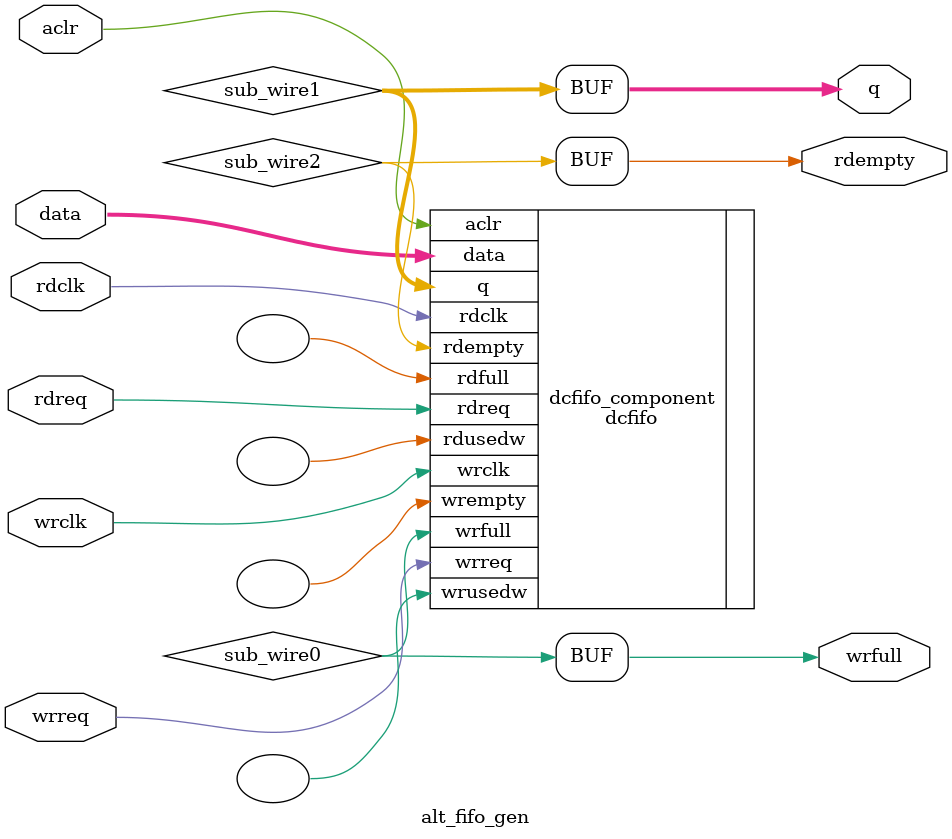
<source format=v>
`timescale 1 ps / 1 ps

module alt_fifo_gen #(
parameter         DEVICE_FAMILY     = "Stratix IV",
parameter integer C_FIFO_DEPTH_LOG  = 9,
parameter integer C_FIFO_WIDTH      = 256
)(
	aclr,
	data,
	rdclk,
	rdreq,
	wrclk,
	wrreq,
	q,
	rdempty,
	wrfull);

	input	  aclr;
	input	[C_FIFO_WIDTH-1:0]  data;
	input	  rdclk;
	input	  rdreq;
	input	  wrclk;
	input	  wrreq;
	output	[C_FIFO_WIDTH-1:0]  q;
	output	  rdempty;
	output	  wrfull;
`ifndef ALTERA_RESERVED_QIS
// synopsys translate_off
`endif
	tri0	  aclr;
`ifndef ALTERA_RESERVED_QIS
// synopsys translate_on
`endif

        localparam 	lpm_numwords             = (1<<C_FIFO_DEPTH_LOG);

	wire  sub_wire0;
	wire [C_FIFO_WIDTH-1:0] sub_wire1;
	wire  sub_wire2;
	wire  wrfull = sub_wire0;
	wire [C_FIFO_WIDTH-1:0] q = sub_wire1[C_FIFO_WIDTH-1:0];
	wire  rdempty = sub_wire2;

	dcfifo	dcfifo_component (
				.rdclk (rdclk),
				.wrclk (wrclk),
				.wrreq (wrreq),
				.aclr (aclr),
				.data (data),
				.rdreq (rdreq),
				.wrfull (sub_wire0),
				.q (sub_wire1),
				.rdempty (sub_wire2),
				.rdfull (),
				.rdusedw (),
				.wrempty (),
				.wrusedw ());
	defparam
		dcfifo_component.intended_device_family = DEVICE_FAMILY,
		dcfifo_component.lpm_numwords = lpm_numwords,
		dcfifo_component.lpm_showahead = "ON",
		dcfifo_component.lpm_type = "dcfifo",
		dcfifo_component.lpm_width = C_FIFO_WIDTH,
		dcfifo_component.lpm_widthu = C_FIFO_DEPTH_LOG,
		dcfifo_component.overflow_checking = "ON",
		dcfifo_component.rdsync_delaypipe = 4,
		dcfifo_component.underflow_checking = "ON",
		dcfifo_component.use_eab = "ON",
		dcfifo_component.write_aclr_synch = "OFF",
		dcfifo_component.wrsync_delaypipe = 4;


endmodule

</source>
